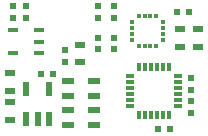
<source format=gts>
G75*
%MOIN*%
%OFA0B0*%
%FSLAX24Y24*%
%IPPOS*%
%LPD*%
%AMOC8*
5,1,8,0,0,1.08239X$1,22.5*
%
%ADD10R,0.0217X0.0472*%
%ADD11R,0.0197X0.0236*%
%ADD12R,0.0354X0.0236*%
%ADD13R,0.0236X0.0197*%
%ADD14R,0.0374X0.0177*%
%ADD15R,0.0177X0.0118*%
%ADD16R,0.0118X0.0177*%
%ADD17R,0.0295X0.0118*%
%ADD18R,0.0118X0.0295*%
%ADD19R,0.0433X0.0236*%
D10*
X001590Y003227D03*
X001964Y003227D03*
X002338Y003227D03*
X002338Y004250D03*
X001590Y004250D03*
D11*
X002067Y004729D03*
X002461Y004729D03*
X005971Y002894D03*
X006364Y002894D03*
X006622Y006809D03*
X007016Y006809D03*
D12*
X007310Y006241D03*
X006710Y006241D03*
X006710Y005651D03*
X007310Y005651D03*
X003384Y005714D03*
X003384Y005123D03*
X001051Y004757D03*
X001051Y004166D03*
X001051Y003787D03*
X001051Y003196D03*
D13*
X002874Y005128D03*
X002874Y005522D03*
X003980Y005552D03*
X003980Y005945D03*
X004520Y005945D03*
X004520Y005552D03*
X004520Y006602D03*
X004520Y006995D03*
X003980Y006995D03*
X003980Y006602D03*
X001590Y006602D03*
X001590Y006995D03*
X001130Y006995D03*
X001130Y006602D03*
X007088Y004604D03*
X007088Y004210D03*
X007088Y003834D03*
X007088Y003440D03*
D14*
X002000Y005437D03*
X002000Y005811D03*
X002000Y006185D03*
X001134Y006185D03*
X001134Y005437D03*
D15*
X005124Y005868D03*
X005124Y006065D03*
X005124Y006262D03*
X005124Y006459D03*
X006128Y006459D03*
X006128Y006262D03*
X006128Y006065D03*
X006128Y005868D03*
D16*
X005921Y005661D03*
X005724Y005661D03*
X005528Y005661D03*
X005331Y005661D03*
X005331Y006665D03*
X005528Y006665D03*
X005724Y006665D03*
X005921Y006665D03*
D17*
X006631Y004656D03*
X006631Y004460D03*
X006631Y004263D03*
X006631Y004066D03*
X006631Y003869D03*
X006631Y003672D03*
X005056Y003672D03*
X005056Y003869D03*
X005056Y004066D03*
X005056Y004263D03*
X005056Y004460D03*
X005056Y004656D03*
D18*
X005352Y004952D03*
X005549Y004952D03*
X005745Y004952D03*
X005942Y004952D03*
X006139Y004952D03*
X006336Y004952D03*
X006336Y003377D03*
X006139Y003377D03*
X005942Y003377D03*
X005745Y003377D03*
X005549Y003377D03*
X005352Y003377D03*
D19*
X002977Y003030D03*
X002977Y003522D03*
X002977Y004015D03*
X002977Y004507D03*
X003843Y004507D03*
X003843Y004015D03*
X003843Y003522D03*
X003843Y003030D03*
M02*

</source>
